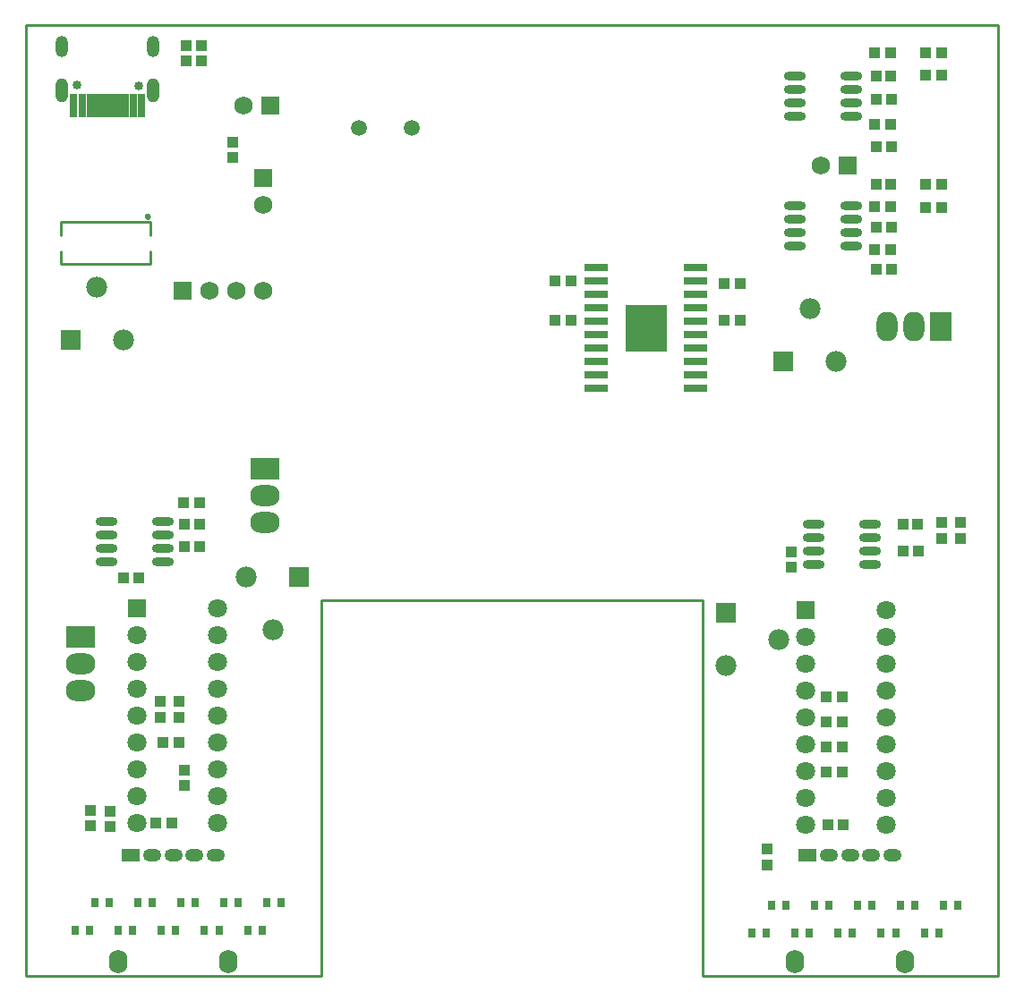
<source format=gbs>
G04*
G04 #@! TF.GenerationSoftware,Altium Limited,Altium Designer,20.2.6 (244)*
G04*
G04 Layer_Color=16711935*
%FSLAX24Y24*%
%MOIN*%
G70*
G04*
G04 #@! TF.SameCoordinates,FA5C595E-BAF6-4CA8-81BB-533EFFED9D24*
G04*
G04*
G04 #@! TF.FilePolarity,Negative*
G04*
G01*
G75*
%ADD11C,0.0100*%
%ADD50R,0.0395X0.0434*%
%ADD51R,0.0434X0.0395*%
%ADD52R,0.0420X0.0398*%
%ADD53R,0.0280X0.0380*%
%ADD54R,0.0398X0.0420*%
%ADD64C,0.0336*%
%ADD65O,0.0474X0.0907*%
%ADD66O,0.0474X0.0789*%
%ADD67C,0.0592*%
%ADD68C,0.0710*%
%ADD69R,0.0710X0.0710*%
%ADD70C,0.0780*%
%ADD71R,0.0780X0.0780*%
%ADD72R,0.0780X0.0780*%
%ADD73O,0.0680X0.0880*%
%ADD74O,0.0680X0.0480*%
%ADD75R,0.0680X0.0480*%
%ADD76O,0.0789X0.1104*%
%ADD77R,0.0789X0.1104*%
%ADD78R,0.0680X0.0680*%
%ADD79C,0.0680*%
%ADD80O,0.1104X0.0789*%
%ADD81R,0.1104X0.0789*%
%ADD82R,0.0680X0.0680*%
%ADD129O,0.0814X0.0328*%
%ADD130R,0.0316X0.0880*%
%ADD131R,0.0198X0.0880*%
%ADD132R,0.0867X0.0316*%
%ADD133R,0.1580X0.1781*%
D11*
X20921Y34850D02*
G03*
X20921Y34850I-71J0D01*
G01*
X41520Y6570D02*
Y20570D01*
X27300D02*
X41520D01*
X17600Y34650D02*
X20950D01*
X17600Y33100D02*
X20950D01*
X17600Y33125D02*
Y33575D01*
Y34175D02*
Y34625D01*
X20950Y34175D02*
Y34625D01*
Y33125D02*
Y33575D01*
X27300Y6570D02*
Y20570D01*
X41520Y6570D02*
X52520D01*
X16300D02*
X27300D01*
X16300D02*
Y42000D01*
X52520Y6570D02*
Y42000D01*
X16300D02*
X52520D01*
D50*
X47974Y32900D02*
D03*
X48526D02*
D03*
X47974Y34476D02*
D03*
X48526D02*
D03*
X49526Y22400D02*
D03*
X48974D02*
D03*
X48968Y23400D02*
D03*
X49519D02*
D03*
X46174Y12200D02*
D03*
X46726D02*
D03*
X47968Y36050D02*
D03*
X48519D02*
D03*
X47974Y37450D02*
D03*
X48526D02*
D03*
X47974Y39221D02*
D03*
X48526D02*
D03*
X48519Y40104D02*
D03*
X47968D02*
D03*
X22769Y23394D02*
D03*
X22218D02*
D03*
X22224Y22550D02*
D03*
X22776D02*
D03*
X19949Y21400D02*
D03*
X20500D02*
D03*
D51*
X44800Y21801D02*
D03*
Y22353D02*
D03*
X19450Y12698D02*
D03*
Y12146D02*
D03*
D52*
X51100Y23453D02*
D03*
Y22860D02*
D03*
X50400D02*
D03*
Y23453D02*
D03*
X22850Y41248D02*
D03*
Y40655D02*
D03*
X22268D02*
D03*
Y41248D02*
D03*
X18700Y12153D02*
D03*
Y12747D02*
D03*
X22200Y13653D02*
D03*
Y14247D02*
D03*
X21300Y16797D02*
D03*
Y16203D02*
D03*
X22000Y16797D02*
D03*
Y16203D02*
D03*
X43900Y11297D02*
D03*
Y10703D02*
D03*
X24000Y37053D02*
D03*
Y37647D02*
D03*
D53*
X50302Y8150D02*
D03*
X49762D02*
D03*
X48694D02*
D03*
X48154D02*
D03*
X47086D02*
D03*
X46546D02*
D03*
X45478D02*
D03*
X44938D02*
D03*
X43870D02*
D03*
X43330D02*
D03*
X24562Y8250D02*
D03*
X25102D02*
D03*
X22954D02*
D03*
X23494D02*
D03*
X21346D02*
D03*
X21886D02*
D03*
X19738D02*
D03*
X20278D02*
D03*
X20480Y9300D02*
D03*
X21020D02*
D03*
X18880D02*
D03*
X19420D02*
D03*
X18130Y8250D02*
D03*
X18670D02*
D03*
X49420Y9200D02*
D03*
X48880D02*
D03*
X47820D02*
D03*
X47280D02*
D03*
X46220D02*
D03*
X45680D02*
D03*
X44620D02*
D03*
X44080D02*
D03*
X51020D02*
D03*
X50480D02*
D03*
X22620Y9300D02*
D03*
X22080D02*
D03*
X24220D02*
D03*
X23680D02*
D03*
X25820D02*
D03*
X25280D02*
D03*
D54*
X50397Y36050D02*
D03*
X49803D02*
D03*
X50397Y35200D02*
D03*
X49803D02*
D03*
X48519Y33646D02*
D03*
X47925D02*
D03*
X48519Y35223D02*
D03*
X47925D02*
D03*
X46719Y16950D02*
D03*
X46125D02*
D03*
X46719Y16017D02*
D03*
X46125D02*
D03*
X46719Y15083D02*
D03*
X46125D02*
D03*
X46719Y14150D02*
D03*
X46125D02*
D03*
X49803Y40950D02*
D03*
X50397D02*
D03*
X49803Y40146D02*
D03*
X50397D02*
D03*
X48519Y38294D02*
D03*
X47925D02*
D03*
X48519Y40950D02*
D03*
X47925D02*
D03*
X21153Y12250D02*
D03*
X21747D02*
D03*
X22011Y15250D02*
D03*
X21418D02*
D03*
X22769Y24200D02*
D03*
X22175D02*
D03*
X42893Y31000D02*
D03*
X42300D02*
D03*
X36003D02*
D03*
X36597D02*
D03*
Y32450D02*
D03*
X36003D02*
D03*
X42893Y32350D02*
D03*
X42300D02*
D03*
D64*
X18208Y39752D02*
D03*
X20492Y39748D02*
D03*
D65*
X17649Y39555D02*
D03*
X21051D02*
D03*
D66*
X17649Y41189D02*
D03*
X21051D02*
D03*
D67*
X28700Y38169D02*
D03*
X30668D02*
D03*
D68*
X48350Y18200D02*
D03*
Y17200D02*
D03*
Y16200D02*
D03*
Y15200D02*
D03*
Y14200D02*
D03*
Y13200D02*
D03*
Y12200D02*
D03*
X45350D02*
D03*
X48350Y19200D02*
D03*
Y20200D02*
D03*
X45350Y13200D02*
D03*
Y14200D02*
D03*
Y15200D02*
D03*
Y16200D02*
D03*
Y17200D02*
D03*
Y18200D02*
D03*
Y19200D02*
D03*
X23450Y18250D02*
D03*
Y17250D02*
D03*
Y16250D02*
D03*
Y15250D02*
D03*
Y14250D02*
D03*
Y13250D02*
D03*
Y12250D02*
D03*
X20450D02*
D03*
X23450Y19250D02*
D03*
Y20250D02*
D03*
X20450Y13250D02*
D03*
Y14250D02*
D03*
Y15250D02*
D03*
Y16250D02*
D03*
Y17250D02*
D03*
Y18250D02*
D03*
Y19250D02*
D03*
D69*
X45350Y20200D02*
D03*
X20450Y20250D02*
D03*
D70*
X25505Y19465D02*
D03*
X24515Y21435D02*
D03*
X44335Y19105D02*
D03*
X42365Y18115D02*
D03*
X46485Y29465D02*
D03*
X45495Y31435D02*
D03*
X19935Y30265D02*
D03*
X18945Y32235D02*
D03*
D71*
X26485Y21435D02*
D03*
X44515Y29465D02*
D03*
X17965Y30265D02*
D03*
D72*
X42365Y20085D02*
D03*
D73*
X23850Y7100D02*
D03*
X19750D02*
D03*
X44950D02*
D03*
X49050D02*
D03*
D74*
X23380Y11080D02*
D03*
X21010D02*
D03*
X21800D02*
D03*
X22590D02*
D03*
X47790D02*
D03*
X47000D02*
D03*
X46210D02*
D03*
X48580D02*
D03*
D75*
X20220D02*
D03*
X45420D02*
D03*
D76*
X49383Y30750D02*
D03*
X48383Y30754D02*
D03*
D77*
X50383Y30750D02*
D03*
D78*
X46900Y36750D02*
D03*
X25400Y39000D02*
D03*
X22150Y32100D02*
D03*
D79*
X45900Y36750D02*
D03*
X24400Y39000D02*
D03*
X24150Y32100D02*
D03*
X25150D02*
D03*
X23150D02*
D03*
X25150Y35300D02*
D03*
D80*
X18354Y18200D02*
D03*
X18350Y17200D02*
D03*
X25200Y24450D02*
D03*
X25196Y23450D02*
D03*
D81*
X18354Y19200D02*
D03*
X25200Y25450D02*
D03*
D82*
X25150Y36300D02*
D03*
D129*
X47756Y23400D02*
D03*
Y22900D02*
D03*
Y22400D02*
D03*
Y21900D02*
D03*
X45644Y23400D02*
D03*
Y22900D02*
D03*
Y22400D02*
D03*
Y21900D02*
D03*
X44944Y33750D02*
D03*
Y34250D02*
D03*
Y34750D02*
D03*
Y35250D02*
D03*
X47056Y33750D02*
D03*
Y34250D02*
D03*
Y34750D02*
D03*
Y35250D02*
D03*
X44944Y38600D02*
D03*
Y39100D02*
D03*
Y39600D02*
D03*
Y40100D02*
D03*
X47056Y38600D02*
D03*
Y39100D02*
D03*
Y39600D02*
D03*
Y40100D02*
D03*
X19294Y22000D02*
D03*
Y22500D02*
D03*
Y23000D02*
D03*
Y23500D02*
D03*
X21406Y22000D02*
D03*
Y22500D02*
D03*
Y23000D02*
D03*
Y23500D02*
D03*
D130*
X18090Y39011D02*
D03*
X20610D02*
D03*
X18405D02*
D03*
X20295D02*
D03*
D131*
X18661D02*
D03*
X18858D02*
D03*
X19055D02*
D03*
X19645D02*
D03*
X19842D02*
D03*
X20039D02*
D03*
X19252D02*
D03*
X19448D02*
D03*
D132*
X41250Y32950D02*
D03*
Y32450D02*
D03*
Y31950D02*
D03*
Y31450D02*
D03*
Y30950D02*
D03*
Y30450D02*
D03*
Y29950D02*
D03*
Y29450D02*
D03*
Y28950D02*
D03*
Y28450D02*
D03*
X37549Y28450D02*
D03*
Y28950D02*
D03*
Y29450D02*
D03*
Y29950D02*
D03*
Y30450D02*
D03*
Y30950D02*
D03*
Y31450D02*
D03*
Y31950D02*
D03*
Y32450D02*
D03*
Y32950D02*
D03*
D133*
X39400Y30700D02*
D03*
M02*

</source>
